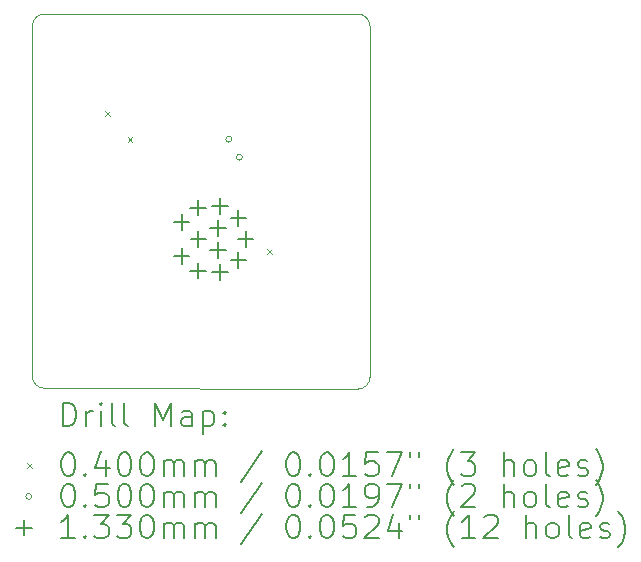
<source format=gbr>
%TF.GenerationSoftware,KiCad,Pcbnew,7.0.6*%
%TF.CreationDate,2024-04-06T15:36:33-04:00*%
%TF.ProjectId,peripheral_io_left_eth,70657269-7068-4657-9261-6c5f696f5f6c,rev?*%
%TF.SameCoordinates,Original*%
%TF.FileFunction,Drillmap*%
%TF.FilePolarity,Positive*%
%FSLAX45Y45*%
G04 Gerber Fmt 4.5, Leading zero omitted, Abs format (unit mm)*
G04 Created by KiCad (PCBNEW 7.0.6) date 2024-04-06 15:36:33*
%MOMM*%
%LPD*%
G01*
G04 APERTURE LIST*
%ADD10C,0.100000*%
%ADD11C,0.200000*%
%ADD12C,0.040000*%
%ADD13C,0.050000*%
%ADD14C,0.133000*%
G04 APERTURE END LIST*
D10*
X19697700Y-5682920D02*
X19697700Y-8657920D01*
X16940200Y-5582920D02*
G75*
G03*
X16840200Y-5682920I0J-100000D01*
G01*
X16940200Y-5582920D02*
X19597700Y-5582920D01*
X19597700Y-8757920D02*
X16940384Y-8750115D01*
X16840200Y-8650116D02*
X16840200Y-5682920D01*
X19697700Y-5682920D02*
G75*
G03*
X19597700Y-5582920I-99990J10D01*
G01*
X19597700Y-8757920D02*
G75*
G03*
X19697700Y-8657920I0J100000D01*
G01*
X16840195Y-8650116D02*
G75*
G03*
X16940384Y-8750115I100006J6D01*
G01*
D11*
D12*
X17455200Y-6406200D02*
X17495200Y-6446200D01*
X17495200Y-6406200D02*
X17455200Y-6446200D01*
X17645700Y-6622100D02*
X17685700Y-6662100D01*
X17685700Y-6622100D02*
X17645700Y-6662100D01*
X18826800Y-7574600D02*
X18866800Y-7614600D01*
X18866800Y-7574600D02*
X18826800Y-7614600D01*
D13*
X18528470Y-6642530D02*
G75*
G03*
X18528470Y-6642530I-25000J0D01*
G01*
X18617800Y-6794500D02*
G75*
G03*
X18617800Y-6794500I-25000J0D01*
G01*
D14*
X18103193Y-7278441D02*
X18103193Y-7411441D01*
X18036693Y-7344941D02*
X18169693Y-7344941D01*
X18103197Y-7564048D02*
X18103197Y-7697048D01*
X18036697Y-7630548D02*
X18169697Y-7630548D01*
X18242858Y-7154045D02*
X18242858Y-7287045D01*
X18176358Y-7220545D02*
X18309358Y-7220545D01*
X18242858Y-7688442D02*
X18242858Y-7821442D01*
X18176358Y-7754942D02*
X18309358Y-7754942D01*
X18245596Y-7421244D02*
X18245596Y-7554244D01*
X18179096Y-7487744D02*
X18312096Y-7487744D01*
X18410596Y-7325981D02*
X18410596Y-7458981D01*
X18344096Y-7392481D02*
X18477096Y-7392481D01*
X18410596Y-7516506D02*
X18410596Y-7649506D01*
X18344096Y-7583006D02*
X18477096Y-7583006D01*
X18429432Y-7140790D02*
X18429432Y-7273790D01*
X18362932Y-7207290D02*
X18495932Y-7207290D01*
X18429432Y-7701697D02*
X18429432Y-7834697D01*
X18362932Y-7768197D02*
X18495932Y-7768197D01*
X18585293Y-7244207D02*
X18585293Y-7377207D01*
X18518793Y-7310707D02*
X18651793Y-7310707D01*
X18585293Y-7598280D02*
X18585293Y-7731280D01*
X18518793Y-7664780D02*
X18651793Y-7664780D01*
X18645586Y-7421244D02*
X18645586Y-7554244D01*
X18579086Y-7487744D02*
X18712086Y-7487744D01*
D11*
X17095977Y-9074404D02*
X17095977Y-8874404D01*
X17095977Y-8874404D02*
X17143596Y-8874404D01*
X17143596Y-8874404D02*
X17172167Y-8883928D01*
X17172167Y-8883928D02*
X17191215Y-8902975D01*
X17191215Y-8902975D02*
X17200739Y-8922023D01*
X17200739Y-8922023D02*
X17210263Y-8960118D01*
X17210263Y-8960118D02*
X17210263Y-8988690D01*
X17210263Y-8988690D02*
X17200739Y-9026785D01*
X17200739Y-9026785D02*
X17191215Y-9045832D01*
X17191215Y-9045832D02*
X17172167Y-9064880D01*
X17172167Y-9064880D02*
X17143596Y-9074404D01*
X17143596Y-9074404D02*
X17095977Y-9074404D01*
X17295977Y-9074404D02*
X17295977Y-8941070D01*
X17295977Y-8979166D02*
X17305501Y-8960118D01*
X17305501Y-8960118D02*
X17315024Y-8950594D01*
X17315024Y-8950594D02*
X17334072Y-8941070D01*
X17334072Y-8941070D02*
X17353120Y-8941070D01*
X17419786Y-9074404D02*
X17419786Y-8941070D01*
X17419786Y-8874404D02*
X17410263Y-8883928D01*
X17410263Y-8883928D02*
X17419786Y-8893451D01*
X17419786Y-8893451D02*
X17429310Y-8883928D01*
X17429310Y-8883928D02*
X17419786Y-8874404D01*
X17419786Y-8874404D02*
X17419786Y-8893451D01*
X17543596Y-9074404D02*
X17524548Y-9064880D01*
X17524548Y-9064880D02*
X17515024Y-9045832D01*
X17515024Y-9045832D02*
X17515024Y-8874404D01*
X17648358Y-9074404D02*
X17629310Y-9064880D01*
X17629310Y-9064880D02*
X17619786Y-9045832D01*
X17619786Y-9045832D02*
X17619786Y-8874404D01*
X17876929Y-9074404D02*
X17876929Y-8874404D01*
X17876929Y-8874404D02*
X17943596Y-9017261D01*
X17943596Y-9017261D02*
X18010263Y-8874404D01*
X18010263Y-8874404D02*
X18010263Y-9074404D01*
X18191215Y-9074404D02*
X18191215Y-8969642D01*
X18191215Y-8969642D02*
X18181691Y-8950594D01*
X18181691Y-8950594D02*
X18162644Y-8941070D01*
X18162644Y-8941070D02*
X18124548Y-8941070D01*
X18124548Y-8941070D02*
X18105501Y-8950594D01*
X18191215Y-9064880D02*
X18172167Y-9074404D01*
X18172167Y-9074404D02*
X18124548Y-9074404D01*
X18124548Y-9074404D02*
X18105501Y-9064880D01*
X18105501Y-9064880D02*
X18095977Y-9045832D01*
X18095977Y-9045832D02*
X18095977Y-9026785D01*
X18095977Y-9026785D02*
X18105501Y-9007737D01*
X18105501Y-9007737D02*
X18124548Y-8998213D01*
X18124548Y-8998213D02*
X18172167Y-8998213D01*
X18172167Y-8998213D02*
X18191215Y-8988690D01*
X18286453Y-8941070D02*
X18286453Y-9141070D01*
X18286453Y-8950594D02*
X18305501Y-8941070D01*
X18305501Y-8941070D02*
X18343596Y-8941070D01*
X18343596Y-8941070D02*
X18362644Y-8950594D01*
X18362644Y-8950594D02*
X18372167Y-8960118D01*
X18372167Y-8960118D02*
X18381691Y-8979166D01*
X18381691Y-8979166D02*
X18381691Y-9036309D01*
X18381691Y-9036309D02*
X18372167Y-9055356D01*
X18372167Y-9055356D02*
X18362644Y-9064880D01*
X18362644Y-9064880D02*
X18343596Y-9074404D01*
X18343596Y-9074404D02*
X18305501Y-9074404D01*
X18305501Y-9074404D02*
X18286453Y-9064880D01*
X18467405Y-9055356D02*
X18476929Y-9064880D01*
X18476929Y-9064880D02*
X18467405Y-9074404D01*
X18467405Y-9074404D02*
X18457882Y-9064880D01*
X18457882Y-9064880D02*
X18467405Y-9055356D01*
X18467405Y-9055356D02*
X18467405Y-9074404D01*
X18467405Y-8950594D02*
X18476929Y-8960118D01*
X18476929Y-8960118D02*
X18467405Y-8969642D01*
X18467405Y-8969642D02*
X18457882Y-8960118D01*
X18457882Y-8960118D02*
X18467405Y-8950594D01*
X18467405Y-8950594D02*
X18467405Y-8969642D01*
D12*
X16795200Y-9382920D02*
X16835200Y-9422920D01*
X16835200Y-9382920D02*
X16795200Y-9422920D01*
D11*
X17134072Y-9294404D02*
X17153120Y-9294404D01*
X17153120Y-9294404D02*
X17172167Y-9303928D01*
X17172167Y-9303928D02*
X17181691Y-9313451D01*
X17181691Y-9313451D02*
X17191215Y-9332499D01*
X17191215Y-9332499D02*
X17200739Y-9370594D01*
X17200739Y-9370594D02*
X17200739Y-9418213D01*
X17200739Y-9418213D02*
X17191215Y-9456309D01*
X17191215Y-9456309D02*
X17181691Y-9475356D01*
X17181691Y-9475356D02*
X17172167Y-9484880D01*
X17172167Y-9484880D02*
X17153120Y-9494404D01*
X17153120Y-9494404D02*
X17134072Y-9494404D01*
X17134072Y-9494404D02*
X17115024Y-9484880D01*
X17115024Y-9484880D02*
X17105501Y-9475356D01*
X17105501Y-9475356D02*
X17095977Y-9456309D01*
X17095977Y-9456309D02*
X17086453Y-9418213D01*
X17086453Y-9418213D02*
X17086453Y-9370594D01*
X17086453Y-9370594D02*
X17095977Y-9332499D01*
X17095977Y-9332499D02*
X17105501Y-9313451D01*
X17105501Y-9313451D02*
X17115024Y-9303928D01*
X17115024Y-9303928D02*
X17134072Y-9294404D01*
X17286453Y-9475356D02*
X17295977Y-9484880D01*
X17295977Y-9484880D02*
X17286453Y-9494404D01*
X17286453Y-9494404D02*
X17276929Y-9484880D01*
X17276929Y-9484880D02*
X17286453Y-9475356D01*
X17286453Y-9475356D02*
X17286453Y-9494404D01*
X17467405Y-9361070D02*
X17467405Y-9494404D01*
X17419786Y-9284880D02*
X17372167Y-9427737D01*
X17372167Y-9427737D02*
X17495977Y-9427737D01*
X17610263Y-9294404D02*
X17629310Y-9294404D01*
X17629310Y-9294404D02*
X17648358Y-9303928D01*
X17648358Y-9303928D02*
X17657882Y-9313451D01*
X17657882Y-9313451D02*
X17667405Y-9332499D01*
X17667405Y-9332499D02*
X17676929Y-9370594D01*
X17676929Y-9370594D02*
X17676929Y-9418213D01*
X17676929Y-9418213D02*
X17667405Y-9456309D01*
X17667405Y-9456309D02*
X17657882Y-9475356D01*
X17657882Y-9475356D02*
X17648358Y-9484880D01*
X17648358Y-9484880D02*
X17629310Y-9494404D01*
X17629310Y-9494404D02*
X17610263Y-9494404D01*
X17610263Y-9494404D02*
X17591215Y-9484880D01*
X17591215Y-9484880D02*
X17581691Y-9475356D01*
X17581691Y-9475356D02*
X17572167Y-9456309D01*
X17572167Y-9456309D02*
X17562644Y-9418213D01*
X17562644Y-9418213D02*
X17562644Y-9370594D01*
X17562644Y-9370594D02*
X17572167Y-9332499D01*
X17572167Y-9332499D02*
X17581691Y-9313451D01*
X17581691Y-9313451D02*
X17591215Y-9303928D01*
X17591215Y-9303928D02*
X17610263Y-9294404D01*
X17800739Y-9294404D02*
X17819786Y-9294404D01*
X17819786Y-9294404D02*
X17838834Y-9303928D01*
X17838834Y-9303928D02*
X17848358Y-9313451D01*
X17848358Y-9313451D02*
X17857882Y-9332499D01*
X17857882Y-9332499D02*
X17867405Y-9370594D01*
X17867405Y-9370594D02*
X17867405Y-9418213D01*
X17867405Y-9418213D02*
X17857882Y-9456309D01*
X17857882Y-9456309D02*
X17848358Y-9475356D01*
X17848358Y-9475356D02*
X17838834Y-9484880D01*
X17838834Y-9484880D02*
X17819786Y-9494404D01*
X17819786Y-9494404D02*
X17800739Y-9494404D01*
X17800739Y-9494404D02*
X17781691Y-9484880D01*
X17781691Y-9484880D02*
X17772167Y-9475356D01*
X17772167Y-9475356D02*
X17762644Y-9456309D01*
X17762644Y-9456309D02*
X17753120Y-9418213D01*
X17753120Y-9418213D02*
X17753120Y-9370594D01*
X17753120Y-9370594D02*
X17762644Y-9332499D01*
X17762644Y-9332499D02*
X17772167Y-9313451D01*
X17772167Y-9313451D02*
X17781691Y-9303928D01*
X17781691Y-9303928D02*
X17800739Y-9294404D01*
X17953120Y-9494404D02*
X17953120Y-9361070D01*
X17953120Y-9380118D02*
X17962644Y-9370594D01*
X17962644Y-9370594D02*
X17981691Y-9361070D01*
X17981691Y-9361070D02*
X18010263Y-9361070D01*
X18010263Y-9361070D02*
X18029310Y-9370594D01*
X18029310Y-9370594D02*
X18038834Y-9389642D01*
X18038834Y-9389642D02*
X18038834Y-9494404D01*
X18038834Y-9389642D02*
X18048358Y-9370594D01*
X18048358Y-9370594D02*
X18067405Y-9361070D01*
X18067405Y-9361070D02*
X18095977Y-9361070D01*
X18095977Y-9361070D02*
X18115025Y-9370594D01*
X18115025Y-9370594D02*
X18124548Y-9389642D01*
X18124548Y-9389642D02*
X18124548Y-9494404D01*
X18219786Y-9494404D02*
X18219786Y-9361070D01*
X18219786Y-9380118D02*
X18229310Y-9370594D01*
X18229310Y-9370594D02*
X18248358Y-9361070D01*
X18248358Y-9361070D02*
X18276929Y-9361070D01*
X18276929Y-9361070D02*
X18295977Y-9370594D01*
X18295977Y-9370594D02*
X18305501Y-9389642D01*
X18305501Y-9389642D02*
X18305501Y-9494404D01*
X18305501Y-9389642D02*
X18315025Y-9370594D01*
X18315025Y-9370594D02*
X18334072Y-9361070D01*
X18334072Y-9361070D02*
X18362644Y-9361070D01*
X18362644Y-9361070D02*
X18381691Y-9370594D01*
X18381691Y-9370594D02*
X18391215Y-9389642D01*
X18391215Y-9389642D02*
X18391215Y-9494404D01*
X18781691Y-9284880D02*
X18610263Y-9542023D01*
X19038834Y-9294404D02*
X19057882Y-9294404D01*
X19057882Y-9294404D02*
X19076929Y-9303928D01*
X19076929Y-9303928D02*
X19086453Y-9313451D01*
X19086453Y-9313451D02*
X19095977Y-9332499D01*
X19095977Y-9332499D02*
X19105501Y-9370594D01*
X19105501Y-9370594D02*
X19105501Y-9418213D01*
X19105501Y-9418213D02*
X19095977Y-9456309D01*
X19095977Y-9456309D02*
X19086453Y-9475356D01*
X19086453Y-9475356D02*
X19076929Y-9484880D01*
X19076929Y-9484880D02*
X19057882Y-9494404D01*
X19057882Y-9494404D02*
X19038834Y-9494404D01*
X19038834Y-9494404D02*
X19019787Y-9484880D01*
X19019787Y-9484880D02*
X19010263Y-9475356D01*
X19010263Y-9475356D02*
X19000739Y-9456309D01*
X19000739Y-9456309D02*
X18991215Y-9418213D01*
X18991215Y-9418213D02*
X18991215Y-9370594D01*
X18991215Y-9370594D02*
X19000739Y-9332499D01*
X19000739Y-9332499D02*
X19010263Y-9313451D01*
X19010263Y-9313451D02*
X19019787Y-9303928D01*
X19019787Y-9303928D02*
X19038834Y-9294404D01*
X19191215Y-9475356D02*
X19200739Y-9484880D01*
X19200739Y-9484880D02*
X19191215Y-9494404D01*
X19191215Y-9494404D02*
X19181691Y-9484880D01*
X19181691Y-9484880D02*
X19191215Y-9475356D01*
X19191215Y-9475356D02*
X19191215Y-9494404D01*
X19324548Y-9294404D02*
X19343596Y-9294404D01*
X19343596Y-9294404D02*
X19362644Y-9303928D01*
X19362644Y-9303928D02*
X19372168Y-9313451D01*
X19372168Y-9313451D02*
X19381691Y-9332499D01*
X19381691Y-9332499D02*
X19391215Y-9370594D01*
X19391215Y-9370594D02*
X19391215Y-9418213D01*
X19391215Y-9418213D02*
X19381691Y-9456309D01*
X19381691Y-9456309D02*
X19372168Y-9475356D01*
X19372168Y-9475356D02*
X19362644Y-9484880D01*
X19362644Y-9484880D02*
X19343596Y-9494404D01*
X19343596Y-9494404D02*
X19324548Y-9494404D01*
X19324548Y-9494404D02*
X19305501Y-9484880D01*
X19305501Y-9484880D02*
X19295977Y-9475356D01*
X19295977Y-9475356D02*
X19286453Y-9456309D01*
X19286453Y-9456309D02*
X19276929Y-9418213D01*
X19276929Y-9418213D02*
X19276929Y-9370594D01*
X19276929Y-9370594D02*
X19286453Y-9332499D01*
X19286453Y-9332499D02*
X19295977Y-9313451D01*
X19295977Y-9313451D02*
X19305501Y-9303928D01*
X19305501Y-9303928D02*
X19324548Y-9294404D01*
X19581691Y-9494404D02*
X19467406Y-9494404D01*
X19524548Y-9494404D02*
X19524548Y-9294404D01*
X19524548Y-9294404D02*
X19505501Y-9322975D01*
X19505501Y-9322975D02*
X19486453Y-9342023D01*
X19486453Y-9342023D02*
X19467406Y-9351547D01*
X19762644Y-9294404D02*
X19667406Y-9294404D01*
X19667406Y-9294404D02*
X19657882Y-9389642D01*
X19657882Y-9389642D02*
X19667406Y-9380118D01*
X19667406Y-9380118D02*
X19686453Y-9370594D01*
X19686453Y-9370594D02*
X19734072Y-9370594D01*
X19734072Y-9370594D02*
X19753120Y-9380118D01*
X19753120Y-9380118D02*
X19762644Y-9389642D01*
X19762644Y-9389642D02*
X19772168Y-9408690D01*
X19772168Y-9408690D02*
X19772168Y-9456309D01*
X19772168Y-9456309D02*
X19762644Y-9475356D01*
X19762644Y-9475356D02*
X19753120Y-9484880D01*
X19753120Y-9484880D02*
X19734072Y-9494404D01*
X19734072Y-9494404D02*
X19686453Y-9494404D01*
X19686453Y-9494404D02*
X19667406Y-9484880D01*
X19667406Y-9484880D02*
X19657882Y-9475356D01*
X19838834Y-9294404D02*
X19972168Y-9294404D01*
X19972168Y-9294404D02*
X19886453Y-9494404D01*
X20038834Y-9294404D02*
X20038834Y-9332499D01*
X20115025Y-9294404D02*
X20115025Y-9332499D01*
X20410263Y-9570594D02*
X20400739Y-9561070D01*
X20400739Y-9561070D02*
X20381691Y-9532499D01*
X20381691Y-9532499D02*
X20372168Y-9513451D01*
X20372168Y-9513451D02*
X20362644Y-9484880D01*
X20362644Y-9484880D02*
X20353120Y-9437261D01*
X20353120Y-9437261D02*
X20353120Y-9399166D01*
X20353120Y-9399166D02*
X20362644Y-9351547D01*
X20362644Y-9351547D02*
X20372168Y-9322975D01*
X20372168Y-9322975D02*
X20381691Y-9303928D01*
X20381691Y-9303928D02*
X20400739Y-9275356D01*
X20400739Y-9275356D02*
X20410263Y-9265832D01*
X20467406Y-9294404D02*
X20591215Y-9294404D01*
X20591215Y-9294404D02*
X20524549Y-9370594D01*
X20524549Y-9370594D02*
X20553120Y-9370594D01*
X20553120Y-9370594D02*
X20572168Y-9380118D01*
X20572168Y-9380118D02*
X20581691Y-9389642D01*
X20581691Y-9389642D02*
X20591215Y-9408690D01*
X20591215Y-9408690D02*
X20591215Y-9456309D01*
X20591215Y-9456309D02*
X20581691Y-9475356D01*
X20581691Y-9475356D02*
X20572168Y-9484880D01*
X20572168Y-9484880D02*
X20553120Y-9494404D01*
X20553120Y-9494404D02*
X20495977Y-9494404D01*
X20495977Y-9494404D02*
X20476930Y-9484880D01*
X20476930Y-9484880D02*
X20467406Y-9475356D01*
X20829311Y-9494404D02*
X20829311Y-9294404D01*
X20915025Y-9494404D02*
X20915025Y-9389642D01*
X20915025Y-9389642D02*
X20905501Y-9370594D01*
X20905501Y-9370594D02*
X20886453Y-9361070D01*
X20886453Y-9361070D02*
X20857882Y-9361070D01*
X20857882Y-9361070D02*
X20838834Y-9370594D01*
X20838834Y-9370594D02*
X20829311Y-9380118D01*
X21038834Y-9494404D02*
X21019787Y-9484880D01*
X21019787Y-9484880D02*
X21010263Y-9475356D01*
X21010263Y-9475356D02*
X21000739Y-9456309D01*
X21000739Y-9456309D02*
X21000739Y-9399166D01*
X21000739Y-9399166D02*
X21010263Y-9380118D01*
X21010263Y-9380118D02*
X21019787Y-9370594D01*
X21019787Y-9370594D02*
X21038834Y-9361070D01*
X21038834Y-9361070D02*
X21067406Y-9361070D01*
X21067406Y-9361070D02*
X21086453Y-9370594D01*
X21086453Y-9370594D02*
X21095977Y-9380118D01*
X21095977Y-9380118D02*
X21105501Y-9399166D01*
X21105501Y-9399166D02*
X21105501Y-9456309D01*
X21105501Y-9456309D02*
X21095977Y-9475356D01*
X21095977Y-9475356D02*
X21086453Y-9484880D01*
X21086453Y-9484880D02*
X21067406Y-9494404D01*
X21067406Y-9494404D02*
X21038834Y-9494404D01*
X21219787Y-9494404D02*
X21200739Y-9484880D01*
X21200739Y-9484880D02*
X21191215Y-9465832D01*
X21191215Y-9465832D02*
X21191215Y-9294404D01*
X21372168Y-9484880D02*
X21353120Y-9494404D01*
X21353120Y-9494404D02*
X21315025Y-9494404D01*
X21315025Y-9494404D02*
X21295977Y-9484880D01*
X21295977Y-9484880D02*
X21286453Y-9465832D01*
X21286453Y-9465832D02*
X21286453Y-9389642D01*
X21286453Y-9389642D02*
X21295977Y-9370594D01*
X21295977Y-9370594D02*
X21315025Y-9361070D01*
X21315025Y-9361070D02*
X21353120Y-9361070D01*
X21353120Y-9361070D02*
X21372168Y-9370594D01*
X21372168Y-9370594D02*
X21381692Y-9389642D01*
X21381692Y-9389642D02*
X21381692Y-9408690D01*
X21381692Y-9408690D02*
X21286453Y-9427737D01*
X21457882Y-9484880D02*
X21476930Y-9494404D01*
X21476930Y-9494404D02*
X21515025Y-9494404D01*
X21515025Y-9494404D02*
X21534073Y-9484880D01*
X21534073Y-9484880D02*
X21543596Y-9465832D01*
X21543596Y-9465832D02*
X21543596Y-9456309D01*
X21543596Y-9456309D02*
X21534073Y-9437261D01*
X21534073Y-9437261D02*
X21515025Y-9427737D01*
X21515025Y-9427737D02*
X21486453Y-9427737D01*
X21486453Y-9427737D02*
X21467406Y-9418213D01*
X21467406Y-9418213D02*
X21457882Y-9399166D01*
X21457882Y-9399166D02*
X21457882Y-9389642D01*
X21457882Y-9389642D02*
X21467406Y-9370594D01*
X21467406Y-9370594D02*
X21486453Y-9361070D01*
X21486453Y-9361070D02*
X21515025Y-9361070D01*
X21515025Y-9361070D02*
X21534073Y-9370594D01*
X21610263Y-9570594D02*
X21619787Y-9561070D01*
X21619787Y-9561070D02*
X21638834Y-9532499D01*
X21638834Y-9532499D02*
X21648358Y-9513451D01*
X21648358Y-9513451D02*
X21657882Y-9484880D01*
X21657882Y-9484880D02*
X21667406Y-9437261D01*
X21667406Y-9437261D02*
X21667406Y-9399166D01*
X21667406Y-9399166D02*
X21657882Y-9351547D01*
X21657882Y-9351547D02*
X21648358Y-9322975D01*
X21648358Y-9322975D02*
X21638834Y-9303928D01*
X21638834Y-9303928D02*
X21619787Y-9275356D01*
X21619787Y-9275356D02*
X21610263Y-9265832D01*
D13*
X16835200Y-9666920D02*
G75*
G03*
X16835200Y-9666920I-25000J0D01*
G01*
D11*
X17134072Y-9558404D02*
X17153120Y-9558404D01*
X17153120Y-9558404D02*
X17172167Y-9567928D01*
X17172167Y-9567928D02*
X17181691Y-9577451D01*
X17181691Y-9577451D02*
X17191215Y-9596499D01*
X17191215Y-9596499D02*
X17200739Y-9634594D01*
X17200739Y-9634594D02*
X17200739Y-9682213D01*
X17200739Y-9682213D02*
X17191215Y-9720309D01*
X17191215Y-9720309D02*
X17181691Y-9739356D01*
X17181691Y-9739356D02*
X17172167Y-9748880D01*
X17172167Y-9748880D02*
X17153120Y-9758404D01*
X17153120Y-9758404D02*
X17134072Y-9758404D01*
X17134072Y-9758404D02*
X17115024Y-9748880D01*
X17115024Y-9748880D02*
X17105501Y-9739356D01*
X17105501Y-9739356D02*
X17095977Y-9720309D01*
X17095977Y-9720309D02*
X17086453Y-9682213D01*
X17086453Y-9682213D02*
X17086453Y-9634594D01*
X17086453Y-9634594D02*
X17095977Y-9596499D01*
X17095977Y-9596499D02*
X17105501Y-9577451D01*
X17105501Y-9577451D02*
X17115024Y-9567928D01*
X17115024Y-9567928D02*
X17134072Y-9558404D01*
X17286453Y-9739356D02*
X17295977Y-9748880D01*
X17295977Y-9748880D02*
X17286453Y-9758404D01*
X17286453Y-9758404D02*
X17276929Y-9748880D01*
X17276929Y-9748880D02*
X17286453Y-9739356D01*
X17286453Y-9739356D02*
X17286453Y-9758404D01*
X17476929Y-9558404D02*
X17381691Y-9558404D01*
X17381691Y-9558404D02*
X17372167Y-9653642D01*
X17372167Y-9653642D02*
X17381691Y-9644118D01*
X17381691Y-9644118D02*
X17400739Y-9634594D01*
X17400739Y-9634594D02*
X17448358Y-9634594D01*
X17448358Y-9634594D02*
X17467405Y-9644118D01*
X17467405Y-9644118D02*
X17476929Y-9653642D01*
X17476929Y-9653642D02*
X17486453Y-9672690D01*
X17486453Y-9672690D02*
X17486453Y-9720309D01*
X17486453Y-9720309D02*
X17476929Y-9739356D01*
X17476929Y-9739356D02*
X17467405Y-9748880D01*
X17467405Y-9748880D02*
X17448358Y-9758404D01*
X17448358Y-9758404D02*
X17400739Y-9758404D01*
X17400739Y-9758404D02*
X17381691Y-9748880D01*
X17381691Y-9748880D02*
X17372167Y-9739356D01*
X17610263Y-9558404D02*
X17629310Y-9558404D01*
X17629310Y-9558404D02*
X17648358Y-9567928D01*
X17648358Y-9567928D02*
X17657882Y-9577451D01*
X17657882Y-9577451D02*
X17667405Y-9596499D01*
X17667405Y-9596499D02*
X17676929Y-9634594D01*
X17676929Y-9634594D02*
X17676929Y-9682213D01*
X17676929Y-9682213D02*
X17667405Y-9720309D01*
X17667405Y-9720309D02*
X17657882Y-9739356D01*
X17657882Y-9739356D02*
X17648358Y-9748880D01*
X17648358Y-9748880D02*
X17629310Y-9758404D01*
X17629310Y-9758404D02*
X17610263Y-9758404D01*
X17610263Y-9758404D02*
X17591215Y-9748880D01*
X17591215Y-9748880D02*
X17581691Y-9739356D01*
X17581691Y-9739356D02*
X17572167Y-9720309D01*
X17572167Y-9720309D02*
X17562644Y-9682213D01*
X17562644Y-9682213D02*
X17562644Y-9634594D01*
X17562644Y-9634594D02*
X17572167Y-9596499D01*
X17572167Y-9596499D02*
X17581691Y-9577451D01*
X17581691Y-9577451D02*
X17591215Y-9567928D01*
X17591215Y-9567928D02*
X17610263Y-9558404D01*
X17800739Y-9558404D02*
X17819786Y-9558404D01*
X17819786Y-9558404D02*
X17838834Y-9567928D01*
X17838834Y-9567928D02*
X17848358Y-9577451D01*
X17848358Y-9577451D02*
X17857882Y-9596499D01*
X17857882Y-9596499D02*
X17867405Y-9634594D01*
X17867405Y-9634594D02*
X17867405Y-9682213D01*
X17867405Y-9682213D02*
X17857882Y-9720309D01*
X17857882Y-9720309D02*
X17848358Y-9739356D01*
X17848358Y-9739356D02*
X17838834Y-9748880D01*
X17838834Y-9748880D02*
X17819786Y-9758404D01*
X17819786Y-9758404D02*
X17800739Y-9758404D01*
X17800739Y-9758404D02*
X17781691Y-9748880D01*
X17781691Y-9748880D02*
X17772167Y-9739356D01*
X17772167Y-9739356D02*
X17762644Y-9720309D01*
X17762644Y-9720309D02*
X17753120Y-9682213D01*
X17753120Y-9682213D02*
X17753120Y-9634594D01*
X17753120Y-9634594D02*
X17762644Y-9596499D01*
X17762644Y-9596499D02*
X17772167Y-9577451D01*
X17772167Y-9577451D02*
X17781691Y-9567928D01*
X17781691Y-9567928D02*
X17800739Y-9558404D01*
X17953120Y-9758404D02*
X17953120Y-9625070D01*
X17953120Y-9644118D02*
X17962644Y-9634594D01*
X17962644Y-9634594D02*
X17981691Y-9625070D01*
X17981691Y-9625070D02*
X18010263Y-9625070D01*
X18010263Y-9625070D02*
X18029310Y-9634594D01*
X18029310Y-9634594D02*
X18038834Y-9653642D01*
X18038834Y-9653642D02*
X18038834Y-9758404D01*
X18038834Y-9653642D02*
X18048358Y-9634594D01*
X18048358Y-9634594D02*
X18067405Y-9625070D01*
X18067405Y-9625070D02*
X18095977Y-9625070D01*
X18095977Y-9625070D02*
X18115025Y-9634594D01*
X18115025Y-9634594D02*
X18124548Y-9653642D01*
X18124548Y-9653642D02*
X18124548Y-9758404D01*
X18219786Y-9758404D02*
X18219786Y-9625070D01*
X18219786Y-9644118D02*
X18229310Y-9634594D01*
X18229310Y-9634594D02*
X18248358Y-9625070D01*
X18248358Y-9625070D02*
X18276929Y-9625070D01*
X18276929Y-9625070D02*
X18295977Y-9634594D01*
X18295977Y-9634594D02*
X18305501Y-9653642D01*
X18305501Y-9653642D02*
X18305501Y-9758404D01*
X18305501Y-9653642D02*
X18315025Y-9634594D01*
X18315025Y-9634594D02*
X18334072Y-9625070D01*
X18334072Y-9625070D02*
X18362644Y-9625070D01*
X18362644Y-9625070D02*
X18381691Y-9634594D01*
X18381691Y-9634594D02*
X18391215Y-9653642D01*
X18391215Y-9653642D02*
X18391215Y-9758404D01*
X18781691Y-9548880D02*
X18610263Y-9806023D01*
X19038834Y-9558404D02*
X19057882Y-9558404D01*
X19057882Y-9558404D02*
X19076929Y-9567928D01*
X19076929Y-9567928D02*
X19086453Y-9577451D01*
X19086453Y-9577451D02*
X19095977Y-9596499D01*
X19095977Y-9596499D02*
X19105501Y-9634594D01*
X19105501Y-9634594D02*
X19105501Y-9682213D01*
X19105501Y-9682213D02*
X19095977Y-9720309D01*
X19095977Y-9720309D02*
X19086453Y-9739356D01*
X19086453Y-9739356D02*
X19076929Y-9748880D01*
X19076929Y-9748880D02*
X19057882Y-9758404D01*
X19057882Y-9758404D02*
X19038834Y-9758404D01*
X19038834Y-9758404D02*
X19019787Y-9748880D01*
X19019787Y-9748880D02*
X19010263Y-9739356D01*
X19010263Y-9739356D02*
X19000739Y-9720309D01*
X19000739Y-9720309D02*
X18991215Y-9682213D01*
X18991215Y-9682213D02*
X18991215Y-9634594D01*
X18991215Y-9634594D02*
X19000739Y-9596499D01*
X19000739Y-9596499D02*
X19010263Y-9577451D01*
X19010263Y-9577451D02*
X19019787Y-9567928D01*
X19019787Y-9567928D02*
X19038834Y-9558404D01*
X19191215Y-9739356D02*
X19200739Y-9748880D01*
X19200739Y-9748880D02*
X19191215Y-9758404D01*
X19191215Y-9758404D02*
X19181691Y-9748880D01*
X19181691Y-9748880D02*
X19191215Y-9739356D01*
X19191215Y-9739356D02*
X19191215Y-9758404D01*
X19324548Y-9558404D02*
X19343596Y-9558404D01*
X19343596Y-9558404D02*
X19362644Y-9567928D01*
X19362644Y-9567928D02*
X19372168Y-9577451D01*
X19372168Y-9577451D02*
X19381691Y-9596499D01*
X19381691Y-9596499D02*
X19391215Y-9634594D01*
X19391215Y-9634594D02*
X19391215Y-9682213D01*
X19391215Y-9682213D02*
X19381691Y-9720309D01*
X19381691Y-9720309D02*
X19372168Y-9739356D01*
X19372168Y-9739356D02*
X19362644Y-9748880D01*
X19362644Y-9748880D02*
X19343596Y-9758404D01*
X19343596Y-9758404D02*
X19324548Y-9758404D01*
X19324548Y-9758404D02*
X19305501Y-9748880D01*
X19305501Y-9748880D02*
X19295977Y-9739356D01*
X19295977Y-9739356D02*
X19286453Y-9720309D01*
X19286453Y-9720309D02*
X19276929Y-9682213D01*
X19276929Y-9682213D02*
X19276929Y-9634594D01*
X19276929Y-9634594D02*
X19286453Y-9596499D01*
X19286453Y-9596499D02*
X19295977Y-9577451D01*
X19295977Y-9577451D02*
X19305501Y-9567928D01*
X19305501Y-9567928D02*
X19324548Y-9558404D01*
X19581691Y-9758404D02*
X19467406Y-9758404D01*
X19524548Y-9758404D02*
X19524548Y-9558404D01*
X19524548Y-9558404D02*
X19505501Y-9586975D01*
X19505501Y-9586975D02*
X19486453Y-9606023D01*
X19486453Y-9606023D02*
X19467406Y-9615547D01*
X19676929Y-9758404D02*
X19715025Y-9758404D01*
X19715025Y-9758404D02*
X19734072Y-9748880D01*
X19734072Y-9748880D02*
X19743596Y-9739356D01*
X19743596Y-9739356D02*
X19762644Y-9710785D01*
X19762644Y-9710785D02*
X19772168Y-9672690D01*
X19772168Y-9672690D02*
X19772168Y-9596499D01*
X19772168Y-9596499D02*
X19762644Y-9577451D01*
X19762644Y-9577451D02*
X19753120Y-9567928D01*
X19753120Y-9567928D02*
X19734072Y-9558404D01*
X19734072Y-9558404D02*
X19695977Y-9558404D01*
X19695977Y-9558404D02*
X19676929Y-9567928D01*
X19676929Y-9567928D02*
X19667406Y-9577451D01*
X19667406Y-9577451D02*
X19657882Y-9596499D01*
X19657882Y-9596499D02*
X19657882Y-9644118D01*
X19657882Y-9644118D02*
X19667406Y-9663166D01*
X19667406Y-9663166D02*
X19676929Y-9672690D01*
X19676929Y-9672690D02*
X19695977Y-9682213D01*
X19695977Y-9682213D02*
X19734072Y-9682213D01*
X19734072Y-9682213D02*
X19753120Y-9672690D01*
X19753120Y-9672690D02*
X19762644Y-9663166D01*
X19762644Y-9663166D02*
X19772168Y-9644118D01*
X19838834Y-9558404D02*
X19972168Y-9558404D01*
X19972168Y-9558404D02*
X19886453Y-9758404D01*
X20038834Y-9558404D02*
X20038834Y-9596499D01*
X20115025Y-9558404D02*
X20115025Y-9596499D01*
X20410263Y-9834594D02*
X20400739Y-9825070D01*
X20400739Y-9825070D02*
X20381691Y-9796499D01*
X20381691Y-9796499D02*
X20372168Y-9777451D01*
X20372168Y-9777451D02*
X20362644Y-9748880D01*
X20362644Y-9748880D02*
X20353120Y-9701261D01*
X20353120Y-9701261D02*
X20353120Y-9663166D01*
X20353120Y-9663166D02*
X20362644Y-9615547D01*
X20362644Y-9615547D02*
X20372168Y-9586975D01*
X20372168Y-9586975D02*
X20381691Y-9567928D01*
X20381691Y-9567928D02*
X20400739Y-9539356D01*
X20400739Y-9539356D02*
X20410263Y-9529832D01*
X20476930Y-9577451D02*
X20486453Y-9567928D01*
X20486453Y-9567928D02*
X20505501Y-9558404D01*
X20505501Y-9558404D02*
X20553120Y-9558404D01*
X20553120Y-9558404D02*
X20572168Y-9567928D01*
X20572168Y-9567928D02*
X20581691Y-9577451D01*
X20581691Y-9577451D02*
X20591215Y-9596499D01*
X20591215Y-9596499D02*
X20591215Y-9615547D01*
X20591215Y-9615547D02*
X20581691Y-9644118D01*
X20581691Y-9644118D02*
X20467406Y-9758404D01*
X20467406Y-9758404D02*
X20591215Y-9758404D01*
X20829311Y-9758404D02*
X20829311Y-9558404D01*
X20915025Y-9758404D02*
X20915025Y-9653642D01*
X20915025Y-9653642D02*
X20905501Y-9634594D01*
X20905501Y-9634594D02*
X20886453Y-9625070D01*
X20886453Y-9625070D02*
X20857882Y-9625070D01*
X20857882Y-9625070D02*
X20838834Y-9634594D01*
X20838834Y-9634594D02*
X20829311Y-9644118D01*
X21038834Y-9758404D02*
X21019787Y-9748880D01*
X21019787Y-9748880D02*
X21010263Y-9739356D01*
X21010263Y-9739356D02*
X21000739Y-9720309D01*
X21000739Y-9720309D02*
X21000739Y-9663166D01*
X21000739Y-9663166D02*
X21010263Y-9644118D01*
X21010263Y-9644118D02*
X21019787Y-9634594D01*
X21019787Y-9634594D02*
X21038834Y-9625070D01*
X21038834Y-9625070D02*
X21067406Y-9625070D01*
X21067406Y-9625070D02*
X21086453Y-9634594D01*
X21086453Y-9634594D02*
X21095977Y-9644118D01*
X21095977Y-9644118D02*
X21105501Y-9663166D01*
X21105501Y-9663166D02*
X21105501Y-9720309D01*
X21105501Y-9720309D02*
X21095977Y-9739356D01*
X21095977Y-9739356D02*
X21086453Y-9748880D01*
X21086453Y-9748880D02*
X21067406Y-9758404D01*
X21067406Y-9758404D02*
X21038834Y-9758404D01*
X21219787Y-9758404D02*
X21200739Y-9748880D01*
X21200739Y-9748880D02*
X21191215Y-9729832D01*
X21191215Y-9729832D02*
X21191215Y-9558404D01*
X21372168Y-9748880D02*
X21353120Y-9758404D01*
X21353120Y-9758404D02*
X21315025Y-9758404D01*
X21315025Y-9758404D02*
X21295977Y-9748880D01*
X21295977Y-9748880D02*
X21286453Y-9729832D01*
X21286453Y-9729832D02*
X21286453Y-9653642D01*
X21286453Y-9653642D02*
X21295977Y-9634594D01*
X21295977Y-9634594D02*
X21315025Y-9625070D01*
X21315025Y-9625070D02*
X21353120Y-9625070D01*
X21353120Y-9625070D02*
X21372168Y-9634594D01*
X21372168Y-9634594D02*
X21381692Y-9653642D01*
X21381692Y-9653642D02*
X21381692Y-9672690D01*
X21381692Y-9672690D02*
X21286453Y-9691737D01*
X21457882Y-9748880D02*
X21476930Y-9758404D01*
X21476930Y-9758404D02*
X21515025Y-9758404D01*
X21515025Y-9758404D02*
X21534073Y-9748880D01*
X21534073Y-9748880D02*
X21543596Y-9729832D01*
X21543596Y-9729832D02*
X21543596Y-9720309D01*
X21543596Y-9720309D02*
X21534073Y-9701261D01*
X21534073Y-9701261D02*
X21515025Y-9691737D01*
X21515025Y-9691737D02*
X21486453Y-9691737D01*
X21486453Y-9691737D02*
X21467406Y-9682213D01*
X21467406Y-9682213D02*
X21457882Y-9663166D01*
X21457882Y-9663166D02*
X21457882Y-9653642D01*
X21457882Y-9653642D02*
X21467406Y-9634594D01*
X21467406Y-9634594D02*
X21486453Y-9625070D01*
X21486453Y-9625070D02*
X21515025Y-9625070D01*
X21515025Y-9625070D02*
X21534073Y-9634594D01*
X21610263Y-9834594D02*
X21619787Y-9825070D01*
X21619787Y-9825070D02*
X21638834Y-9796499D01*
X21638834Y-9796499D02*
X21648358Y-9777451D01*
X21648358Y-9777451D02*
X21657882Y-9748880D01*
X21657882Y-9748880D02*
X21667406Y-9701261D01*
X21667406Y-9701261D02*
X21667406Y-9663166D01*
X21667406Y-9663166D02*
X21657882Y-9615547D01*
X21657882Y-9615547D02*
X21648358Y-9586975D01*
X21648358Y-9586975D02*
X21638834Y-9567928D01*
X21638834Y-9567928D02*
X21619787Y-9539356D01*
X21619787Y-9539356D02*
X21610263Y-9529832D01*
D14*
X16768700Y-9864420D02*
X16768700Y-9997420D01*
X16702200Y-9930920D02*
X16835200Y-9930920D01*
D11*
X17200739Y-10022404D02*
X17086453Y-10022404D01*
X17143596Y-10022404D02*
X17143596Y-9822404D01*
X17143596Y-9822404D02*
X17124548Y-9850975D01*
X17124548Y-9850975D02*
X17105501Y-9870023D01*
X17105501Y-9870023D02*
X17086453Y-9879547D01*
X17286453Y-10003356D02*
X17295977Y-10012880D01*
X17295977Y-10012880D02*
X17286453Y-10022404D01*
X17286453Y-10022404D02*
X17276929Y-10012880D01*
X17276929Y-10012880D02*
X17286453Y-10003356D01*
X17286453Y-10003356D02*
X17286453Y-10022404D01*
X17362644Y-9822404D02*
X17486453Y-9822404D01*
X17486453Y-9822404D02*
X17419786Y-9898594D01*
X17419786Y-9898594D02*
X17448358Y-9898594D01*
X17448358Y-9898594D02*
X17467405Y-9908118D01*
X17467405Y-9908118D02*
X17476929Y-9917642D01*
X17476929Y-9917642D02*
X17486453Y-9936690D01*
X17486453Y-9936690D02*
X17486453Y-9984309D01*
X17486453Y-9984309D02*
X17476929Y-10003356D01*
X17476929Y-10003356D02*
X17467405Y-10012880D01*
X17467405Y-10012880D02*
X17448358Y-10022404D01*
X17448358Y-10022404D02*
X17391215Y-10022404D01*
X17391215Y-10022404D02*
X17372167Y-10012880D01*
X17372167Y-10012880D02*
X17362644Y-10003356D01*
X17553120Y-9822404D02*
X17676929Y-9822404D01*
X17676929Y-9822404D02*
X17610263Y-9898594D01*
X17610263Y-9898594D02*
X17638834Y-9898594D01*
X17638834Y-9898594D02*
X17657882Y-9908118D01*
X17657882Y-9908118D02*
X17667405Y-9917642D01*
X17667405Y-9917642D02*
X17676929Y-9936690D01*
X17676929Y-9936690D02*
X17676929Y-9984309D01*
X17676929Y-9984309D02*
X17667405Y-10003356D01*
X17667405Y-10003356D02*
X17657882Y-10012880D01*
X17657882Y-10012880D02*
X17638834Y-10022404D01*
X17638834Y-10022404D02*
X17581691Y-10022404D01*
X17581691Y-10022404D02*
X17562644Y-10012880D01*
X17562644Y-10012880D02*
X17553120Y-10003356D01*
X17800739Y-9822404D02*
X17819786Y-9822404D01*
X17819786Y-9822404D02*
X17838834Y-9831928D01*
X17838834Y-9831928D02*
X17848358Y-9841451D01*
X17848358Y-9841451D02*
X17857882Y-9860499D01*
X17857882Y-9860499D02*
X17867405Y-9898594D01*
X17867405Y-9898594D02*
X17867405Y-9946213D01*
X17867405Y-9946213D02*
X17857882Y-9984309D01*
X17857882Y-9984309D02*
X17848358Y-10003356D01*
X17848358Y-10003356D02*
X17838834Y-10012880D01*
X17838834Y-10012880D02*
X17819786Y-10022404D01*
X17819786Y-10022404D02*
X17800739Y-10022404D01*
X17800739Y-10022404D02*
X17781691Y-10012880D01*
X17781691Y-10012880D02*
X17772167Y-10003356D01*
X17772167Y-10003356D02*
X17762644Y-9984309D01*
X17762644Y-9984309D02*
X17753120Y-9946213D01*
X17753120Y-9946213D02*
X17753120Y-9898594D01*
X17753120Y-9898594D02*
X17762644Y-9860499D01*
X17762644Y-9860499D02*
X17772167Y-9841451D01*
X17772167Y-9841451D02*
X17781691Y-9831928D01*
X17781691Y-9831928D02*
X17800739Y-9822404D01*
X17953120Y-10022404D02*
X17953120Y-9889070D01*
X17953120Y-9908118D02*
X17962644Y-9898594D01*
X17962644Y-9898594D02*
X17981691Y-9889070D01*
X17981691Y-9889070D02*
X18010263Y-9889070D01*
X18010263Y-9889070D02*
X18029310Y-9898594D01*
X18029310Y-9898594D02*
X18038834Y-9917642D01*
X18038834Y-9917642D02*
X18038834Y-10022404D01*
X18038834Y-9917642D02*
X18048358Y-9898594D01*
X18048358Y-9898594D02*
X18067405Y-9889070D01*
X18067405Y-9889070D02*
X18095977Y-9889070D01*
X18095977Y-9889070D02*
X18115025Y-9898594D01*
X18115025Y-9898594D02*
X18124548Y-9917642D01*
X18124548Y-9917642D02*
X18124548Y-10022404D01*
X18219786Y-10022404D02*
X18219786Y-9889070D01*
X18219786Y-9908118D02*
X18229310Y-9898594D01*
X18229310Y-9898594D02*
X18248358Y-9889070D01*
X18248358Y-9889070D02*
X18276929Y-9889070D01*
X18276929Y-9889070D02*
X18295977Y-9898594D01*
X18295977Y-9898594D02*
X18305501Y-9917642D01*
X18305501Y-9917642D02*
X18305501Y-10022404D01*
X18305501Y-9917642D02*
X18315025Y-9898594D01*
X18315025Y-9898594D02*
X18334072Y-9889070D01*
X18334072Y-9889070D02*
X18362644Y-9889070D01*
X18362644Y-9889070D02*
X18381691Y-9898594D01*
X18381691Y-9898594D02*
X18391215Y-9917642D01*
X18391215Y-9917642D02*
X18391215Y-10022404D01*
X18781691Y-9812880D02*
X18610263Y-10070023D01*
X19038834Y-9822404D02*
X19057882Y-9822404D01*
X19057882Y-9822404D02*
X19076929Y-9831928D01*
X19076929Y-9831928D02*
X19086453Y-9841451D01*
X19086453Y-9841451D02*
X19095977Y-9860499D01*
X19095977Y-9860499D02*
X19105501Y-9898594D01*
X19105501Y-9898594D02*
X19105501Y-9946213D01*
X19105501Y-9946213D02*
X19095977Y-9984309D01*
X19095977Y-9984309D02*
X19086453Y-10003356D01*
X19086453Y-10003356D02*
X19076929Y-10012880D01*
X19076929Y-10012880D02*
X19057882Y-10022404D01*
X19057882Y-10022404D02*
X19038834Y-10022404D01*
X19038834Y-10022404D02*
X19019787Y-10012880D01*
X19019787Y-10012880D02*
X19010263Y-10003356D01*
X19010263Y-10003356D02*
X19000739Y-9984309D01*
X19000739Y-9984309D02*
X18991215Y-9946213D01*
X18991215Y-9946213D02*
X18991215Y-9898594D01*
X18991215Y-9898594D02*
X19000739Y-9860499D01*
X19000739Y-9860499D02*
X19010263Y-9841451D01*
X19010263Y-9841451D02*
X19019787Y-9831928D01*
X19019787Y-9831928D02*
X19038834Y-9822404D01*
X19191215Y-10003356D02*
X19200739Y-10012880D01*
X19200739Y-10012880D02*
X19191215Y-10022404D01*
X19191215Y-10022404D02*
X19181691Y-10012880D01*
X19181691Y-10012880D02*
X19191215Y-10003356D01*
X19191215Y-10003356D02*
X19191215Y-10022404D01*
X19324548Y-9822404D02*
X19343596Y-9822404D01*
X19343596Y-9822404D02*
X19362644Y-9831928D01*
X19362644Y-9831928D02*
X19372168Y-9841451D01*
X19372168Y-9841451D02*
X19381691Y-9860499D01*
X19381691Y-9860499D02*
X19391215Y-9898594D01*
X19391215Y-9898594D02*
X19391215Y-9946213D01*
X19391215Y-9946213D02*
X19381691Y-9984309D01*
X19381691Y-9984309D02*
X19372168Y-10003356D01*
X19372168Y-10003356D02*
X19362644Y-10012880D01*
X19362644Y-10012880D02*
X19343596Y-10022404D01*
X19343596Y-10022404D02*
X19324548Y-10022404D01*
X19324548Y-10022404D02*
X19305501Y-10012880D01*
X19305501Y-10012880D02*
X19295977Y-10003356D01*
X19295977Y-10003356D02*
X19286453Y-9984309D01*
X19286453Y-9984309D02*
X19276929Y-9946213D01*
X19276929Y-9946213D02*
X19276929Y-9898594D01*
X19276929Y-9898594D02*
X19286453Y-9860499D01*
X19286453Y-9860499D02*
X19295977Y-9841451D01*
X19295977Y-9841451D02*
X19305501Y-9831928D01*
X19305501Y-9831928D02*
X19324548Y-9822404D01*
X19572168Y-9822404D02*
X19476929Y-9822404D01*
X19476929Y-9822404D02*
X19467406Y-9917642D01*
X19467406Y-9917642D02*
X19476929Y-9908118D01*
X19476929Y-9908118D02*
X19495977Y-9898594D01*
X19495977Y-9898594D02*
X19543596Y-9898594D01*
X19543596Y-9898594D02*
X19562644Y-9908118D01*
X19562644Y-9908118D02*
X19572168Y-9917642D01*
X19572168Y-9917642D02*
X19581691Y-9936690D01*
X19581691Y-9936690D02*
X19581691Y-9984309D01*
X19581691Y-9984309D02*
X19572168Y-10003356D01*
X19572168Y-10003356D02*
X19562644Y-10012880D01*
X19562644Y-10012880D02*
X19543596Y-10022404D01*
X19543596Y-10022404D02*
X19495977Y-10022404D01*
X19495977Y-10022404D02*
X19476929Y-10012880D01*
X19476929Y-10012880D02*
X19467406Y-10003356D01*
X19657882Y-9841451D02*
X19667406Y-9831928D01*
X19667406Y-9831928D02*
X19686453Y-9822404D01*
X19686453Y-9822404D02*
X19734072Y-9822404D01*
X19734072Y-9822404D02*
X19753120Y-9831928D01*
X19753120Y-9831928D02*
X19762644Y-9841451D01*
X19762644Y-9841451D02*
X19772168Y-9860499D01*
X19772168Y-9860499D02*
X19772168Y-9879547D01*
X19772168Y-9879547D02*
X19762644Y-9908118D01*
X19762644Y-9908118D02*
X19648358Y-10022404D01*
X19648358Y-10022404D02*
X19772168Y-10022404D01*
X19943596Y-9889070D02*
X19943596Y-10022404D01*
X19895977Y-9812880D02*
X19848358Y-9955737D01*
X19848358Y-9955737D02*
X19972168Y-9955737D01*
X20038834Y-9822404D02*
X20038834Y-9860499D01*
X20115025Y-9822404D02*
X20115025Y-9860499D01*
X20410263Y-10098594D02*
X20400739Y-10089070D01*
X20400739Y-10089070D02*
X20381691Y-10060499D01*
X20381691Y-10060499D02*
X20372168Y-10041451D01*
X20372168Y-10041451D02*
X20362644Y-10012880D01*
X20362644Y-10012880D02*
X20353120Y-9965261D01*
X20353120Y-9965261D02*
X20353120Y-9927166D01*
X20353120Y-9927166D02*
X20362644Y-9879547D01*
X20362644Y-9879547D02*
X20372168Y-9850975D01*
X20372168Y-9850975D02*
X20381691Y-9831928D01*
X20381691Y-9831928D02*
X20400739Y-9803356D01*
X20400739Y-9803356D02*
X20410263Y-9793832D01*
X20591215Y-10022404D02*
X20476930Y-10022404D01*
X20534072Y-10022404D02*
X20534072Y-9822404D01*
X20534072Y-9822404D02*
X20515025Y-9850975D01*
X20515025Y-9850975D02*
X20495977Y-9870023D01*
X20495977Y-9870023D02*
X20476930Y-9879547D01*
X20667406Y-9841451D02*
X20676930Y-9831928D01*
X20676930Y-9831928D02*
X20695977Y-9822404D01*
X20695977Y-9822404D02*
X20743596Y-9822404D01*
X20743596Y-9822404D02*
X20762644Y-9831928D01*
X20762644Y-9831928D02*
X20772168Y-9841451D01*
X20772168Y-9841451D02*
X20781691Y-9860499D01*
X20781691Y-9860499D02*
X20781691Y-9879547D01*
X20781691Y-9879547D02*
X20772168Y-9908118D01*
X20772168Y-9908118D02*
X20657882Y-10022404D01*
X20657882Y-10022404D02*
X20781691Y-10022404D01*
X21019787Y-10022404D02*
X21019787Y-9822404D01*
X21105501Y-10022404D02*
X21105501Y-9917642D01*
X21105501Y-9917642D02*
X21095977Y-9898594D01*
X21095977Y-9898594D02*
X21076930Y-9889070D01*
X21076930Y-9889070D02*
X21048358Y-9889070D01*
X21048358Y-9889070D02*
X21029311Y-9898594D01*
X21029311Y-9898594D02*
X21019787Y-9908118D01*
X21229311Y-10022404D02*
X21210263Y-10012880D01*
X21210263Y-10012880D02*
X21200739Y-10003356D01*
X21200739Y-10003356D02*
X21191215Y-9984309D01*
X21191215Y-9984309D02*
X21191215Y-9927166D01*
X21191215Y-9927166D02*
X21200739Y-9908118D01*
X21200739Y-9908118D02*
X21210263Y-9898594D01*
X21210263Y-9898594D02*
X21229311Y-9889070D01*
X21229311Y-9889070D02*
X21257882Y-9889070D01*
X21257882Y-9889070D02*
X21276930Y-9898594D01*
X21276930Y-9898594D02*
X21286453Y-9908118D01*
X21286453Y-9908118D02*
X21295977Y-9927166D01*
X21295977Y-9927166D02*
X21295977Y-9984309D01*
X21295977Y-9984309D02*
X21286453Y-10003356D01*
X21286453Y-10003356D02*
X21276930Y-10012880D01*
X21276930Y-10012880D02*
X21257882Y-10022404D01*
X21257882Y-10022404D02*
X21229311Y-10022404D01*
X21410263Y-10022404D02*
X21391215Y-10012880D01*
X21391215Y-10012880D02*
X21381692Y-9993832D01*
X21381692Y-9993832D02*
X21381692Y-9822404D01*
X21562644Y-10012880D02*
X21543596Y-10022404D01*
X21543596Y-10022404D02*
X21505501Y-10022404D01*
X21505501Y-10022404D02*
X21486453Y-10012880D01*
X21486453Y-10012880D02*
X21476930Y-9993832D01*
X21476930Y-9993832D02*
X21476930Y-9917642D01*
X21476930Y-9917642D02*
X21486453Y-9898594D01*
X21486453Y-9898594D02*
X21505501Y-9889070D01*
X21505501Y-9889070D02*
X21543596Y-9889070D01*
X21543596Y-9889070D02*
X21562644Y-9898594D01*
X21562644Y-9898594D02*
X21572168Y-9917642D01*
X21572168Y-9917642D02*
X21572168Y-9936690D01*
X21572168Y-9936690D02*
X21476930Y-9955737D01*
X21648358Y-10012880D02*
X21667406Y-10022404D01*
X21667406Y-10022404D02*
X21705501Y-10022404D01*
X21705501Y-10022404D02*
X21724549Y-10012880D01*
X21724549Y-10012880D02*
X21734073Y-9993832D01*
X21734073Y-9993832D02*
X21734073Y-9984309D01*
X21734073Y-9984309D02*
X21724549Y-9965261D01*
X21724549Y-9965261D02*
X21705501Y-9955737D01*
X21705501Y-9955737D02*
X21676930Y-9955737D01*
X21676930Y-9955737D02*
X21657882Y-9946213D01*
X21657882Y-9946213D02*
X21648358Y-9927166D01*
X21648358Y-9927166D02*
X21648358Y-9917642D01*
X21648358Y-9917642D02*
X21657882Y-9898594D01*
X21657882Y-9898594D02*
X21676930Y-9889070D01*
X21676930Y-9889070D02*
X21705501Y-9889070D01*
X21705501Y-9889070D02*
X21724549Y-9898594D01*
X21800739Y-10098594D02*
X21810263Y-10089070D01*
X21810263Y-10089070D02*
X21829311Y-10060499D01*
X21829311Y-10060499D02*
X21838834Y-10041451D01*
X21838834Y-10041451D02*
X21848358Y-10012880D01*
X21848358Y-10012880D02*
X21857882Y-9965261D01*
X21857882Y-9965261D02*
X21857882Y-9927166D01*
X21857882Y-9927166D02*
X21848358Y-9879547D01*
X21848358Y-9879547D02*
X21838834Y-9850975D01*
X21838834Y-9850975D02*
X21829311Y-9831928D01*
X21829311Y-9831928D02*
X21810263Y-9803356D01*
X21810263Y-9803356D02*
X21800739Y-9793832D01*
M02*

</source>
